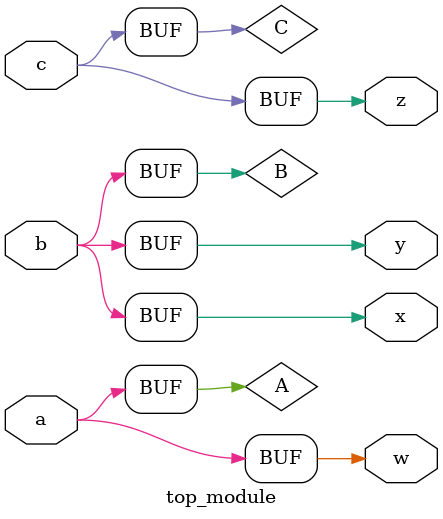
<source format=v>
module top_module( 
    input a,b,c,
    output w,x,y,z );
wire A,B,C;
    assign {A,B,C} = {a,b,c};
    assign {w,x,y,z} = {A,B,B,C};
endmodule

</source>
